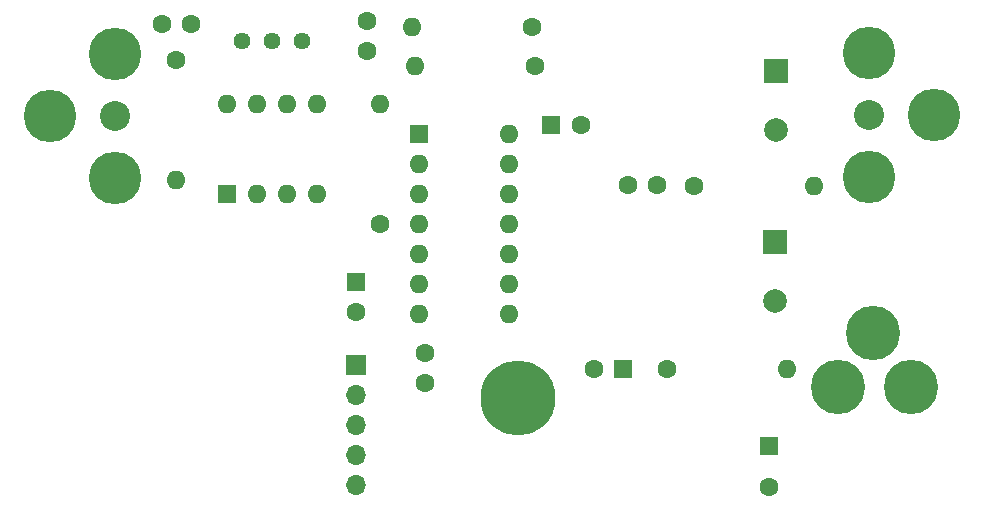
<source format=gts>
G04 #@! TF.GenerationSoftware,KiCad,Pcbnew,(5.1.10)-1*
G04 #@! TF.CreationDate,2021-10-23T14:25:22-04:00*
G04 #@! TF.ProjectId,AudioAmp380,41756469-6f41-46d7-9033-38302e6b6963,1*
G04 #@! TF.SameCoordinates,Original*
G04 #@! TF.FileFunction,Soldermask,Top*
G04 #@! TF.FilePolarity,Negative*
%FSLAX46Y46*%
G04 Gerber Fmt 4.6, Leading zero omitted, Abs format (unit mm)*
G04 Created by KiCad (PCBNEW (5.1.10)-1) date 2021-10-23 14:25:22*
%MOMM*%
%LPD*%
G01*
G04 APERTURE LIST*
%ADD10R,1.600000X1.600000*%
%ADD11O,1.600000X1.600000*%
%ADD12C,1.600000*%
%ADD13C,6.350000*%
%ADD14C,4.445000*%
%ADD15C,2.540000*%
%ADD16R,1.700000X1.700000*%
%ADD17O,1.700000X1.700000*%
%ADD18C,2.000000*%
%ADD19R,2.000000X2.000000*%
%ADD20C,4.600000*%
%ADD21C,1.440000*%
G04 APERTURE END LIST*
D10*
X50058000Y-63258400D03*
D11*
X57678000Y-55638400D03*
X52598000Y-63258400D03*
X55138000Y-55638400D03*
X55138000Y-63258400D03*
X52598000Y-55638400D03*
X57678000Y-63258400D03*
X50058000Y-55638400D03*
X63012000Y-55638400D03*
D12*
X63012000Y-65798400D03*
D11*
X65933000Y-52463400D03*
D12*
X76093000Y-52463400D03*
X45740000Y-51955400D03*
D11*
X45740000Y-62115400D03*
D10*
X95905000Y-84613400D03*
D12*
X95905000Y-88113400D03*
D13*
X74696000Y-80530400D03*
D14*
X35021200Y-56654400D03*
X40533000Y-61899500D03*
X40533000Y-51409300D03*
D15*
X40533000Y-56654400D03*
D14*
X109916800Y-56613400D03*
X104405000Y-51368300D03*
X104405000Y-61858500D03*
D15*
X104405000Y-56613400D03*
D16*
X60980000Y-77736400D03*
D17*
X60980000Y-80276400D03*
X60980000Y-82816400D03*
X60980000Y-85356400D03*
X60980000Y-87896400D03*
D12*
X83967000Y-62496400D03*
X86467000Y-62496400D03*
D10*
X66314000Y-58178400D03*
D11*
X73934000Y-73418400D03*
X66314000Y-60718400D03*
X73934000Y-70878400D03*
X66314000Y-63258400D03*
X73934000Y-68338400D03*
X66314000Y-65798400D03*
X73934000Y-65798400D03*
X66314000Y-68338400D03*
X73934000Y-63258400D03*
X66314000Y-70878400D03*
X73934000Y-60718400D03*
X66314000Y-73418400D03*
X73934000Y-58178400D03*
D12*
X47010000Y-48907400D03*
X44510000Y-48907400D03*
X61869000Y-51153400D03*
X61869000Y-48653400D03*
X75839000Y-49161400D03*
D11*
X65679000Y-49161400D03*
X97429000Y-78113400D03*
D12*
X87269000Y-78113400D03*
X89555000Y-62623400D03*
D11*
X99715000Y-62623400D03*
D10*
X83586000Y-78117400D03*
D12*
X81086000Y-78117400D03*
X60980000Y-73251400D03*
D10*
X60980000Y-70751400D03*
D12*
X66822000Y-79260400D03*
X66822000Y-76760400D03*
D10*
X77490000Y-57416400D03*
D12*
X79990000Y-57416400D03*
D18*
X96413000Y-72322400D03*
D19*
X96413000Y-67322400D03*
X96540000Y-52844400D03*
D18*
X96540000Y-57844400D03*
D20*
X107905000Y-79613400D03*
X101805000Y-79613400D03*
X104705000Y-75013400D03*
D21*
X56408000Y-50304400D03*
X53868000Y-50304400D03*
X51328000Y-50304400D03*
M02*

</source>
